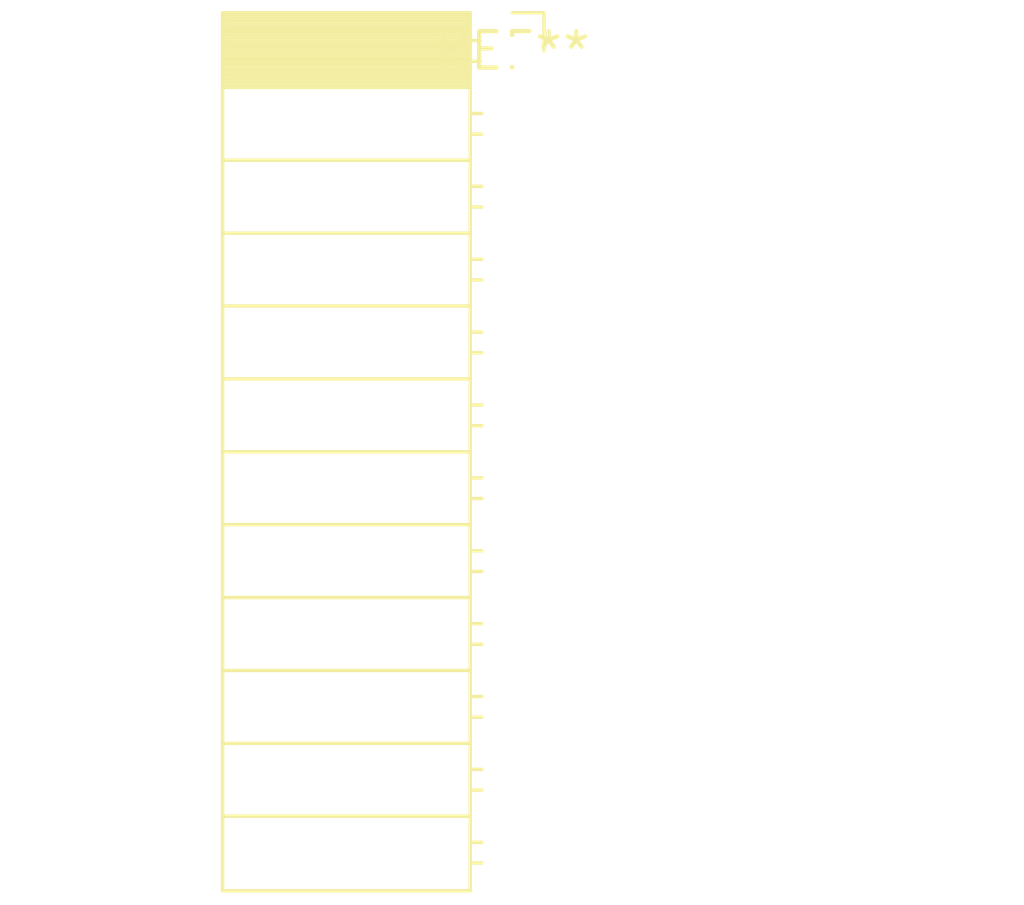
<source format=kicad_pcb>
(kicad_pcb (version 20240108) (generator pcbnew)
  (layers (0 "F.Cu" signal) (31 "B.Cu" signal) (34 "B.Paste" user) (35 "F.Paste" user) (36 "B.SilkS" user "B.Silkscreen") (37 "F.SilkS" user "F.Silkscreen") (38 "B.Mask" user) (39 "F.Mask" user) (44 "Edge.Cuts" user))
  (net 0 "")
  (footprint "PinSocket_1x12_P2.54mm_Horizontal" (layer "F.Cu") (at 0 0)
    (property "Reference" "REF**")
    (property "Value" "PinSocket_1x12_P2.54mm_Horizontal")
    (fp_line (start -10.09 -1.33) (end -10.09 29.27) (layer "F.SilkS") (stroke (width 0.12)))
    (fp_line (start -10.09 -1.33) (end -1.46 -1.33) (layer "F.SilkS") (stroke (width 0.12)))
    (fp_line (start -10.09 -1.21) (end -1.46 -1.21) (layer "F.SilkS") (stroke (width 0.12)))
    (fp_line (start -10.09 -1.091905) (end -1.46 -1.091905) (layer "F.SilkS") (stroke (width 0.12)))
    (fp_line (start -10.09 -0.97381) (end -1.46 -0.97381) (layer "F.SilkS") (stroke (width 0.12)))
    (fp_line (start -10.09 -0.855715) (end -1.46 -0.855715) (layer "F.SilkS") (stroke (width 0.12)))
    (fp_line (start -10.09 -0.73762) (end -1.46 -0.73762) (layer "F.SilkS") (stroke (width 0.12)))
    (fp_line (start -10.09 -0.619525) (end -1.46 -0.619525) (layer "F.SilkS") (stroke (width 0.12)))
    (fp_line (start -10.09 -0.50143) (end -1.46 -0.50143) (layer "F.SilkS") (stroke (width 0.12)))
    (fp_line (start -10.09 -0.383335) (end -1.46 -0.383335) (layer "F.SilkS") (stroke (width 0.12)))
    (fp_line (start -10.09 -0.26524) (end -1.46 -0.26524) (layer "F.SilkS") (stroke (width 0.12)))
    (fp_line (start -10.09 -0.147145) (end -1.46 -0.147145) (layer "F.SilkS") (stroke (width 0.12)))
    (fp_line (start -10.09 -0.02905) (end -1.46 -0.02905) (layer "F.SilkS") (stroke (width 0.12)))
    (fp_line (start -10.09 0.089045) (end -1.46 0.089045) (layer "F.SilkS") (stroke (width 0.12)))
    (fp_line (start -10.09 0.20714) (end -1.46 0.20714) (layer "F.SilkS") (stroke (width 0.12)))
    (fp_line (start -10.09 0.325235) (end -1.46 0.325235) (layer "F.SilkS") (stroke (width 0.12)))
    (fp_line (start -10.09 0.44333) (end -1.46 0.44333) (layer "F.SilkS") (stroke (width 0.12)))
    (fp_line (start -10.09 0.561425) (end -1.46 0.561425) (layer "F.SilkS") (stroke (width 0.12)))
    (fp_line (start -10.09 0.67952) (end -1.46 0.67952) (layer "F.SilkS") (stroke (width 0.12)))
    (fp_line (start -10.09 0.797615) (end -1.46 0.797615) (layer "F.SilkS") (stroke (width 0.12)))
    (fp_line (start -10.09 0.91571) (end -1.46 0.91571) (layer "F.SilkS") (stroke (width 0.12)))
    (fp_line (start -10.09 1.033805) (end -1.46 1.033805) (layer "F.SilkS") (stroke (width 0.12)))
    (fp_line (start -10.09 1.1519) (end -1.46 1.1519) (layer "F.SilkS") (stroke (width 0.12)))
    (fp_line (start -10.09 1.27) (end -1.46 1.27) (layer "F.SilkS") (stroke (width 0.12)))
    (fp_line (start -10.09 3.81) (end -1.46 3.81) (layer "F.SilkS") (stroke (width 0.12)))
    (fp_line (start -10.09 6.35) (end -1.46 6.35) (layer "F.SilkS") (stroke (width 0.12)))
    (fp_line (start -10.09 8.89) (end -1.46 8.89) (layer "F.SilkS") (stroke (width 0.12)))
    (fp_line (start -10.09 11.43) (end -1.46 11.43) (layer "F.SilkS") (stroke (width 0.12)))
    (fp_line (start -10.09 13.97) (end -1.46 13.97) (layer "F.SilkS") (stroke (width 0.12)))
    (fp_line (start -10.09 16.51) (end -1.46 16.51) (layer "F.SilkS") (stroke (width 0.12)))
    (fp_line (start -10.09 19.05) (end -1.46 19.05) (layer "F.SilkS") (stroke (width 0.12)))
    (fp_line (start -10.09 21.59) (end -1.46 21.59) (layer "F.SilkS") (stroke (width 0.12)))
    (fp_line (start -10.09 24.13) (end -1.46 24.13) (layer "F.SilkS") (stroke (width 0.12)))
    (fp_line (start -10.09 26.67) (end -1.46 26.67) (layer "F.SilkS") (stroke (width 0.12)))
    (fp_line (start -10.09 29.27) (end -1.46 29.27) (layer "F.SilkS") (stroke (width 0.12)))
    (fp_line (start -1.46 -1.33) (end -1.46 29.27) (layer "F.SilkS") (stroke (width 0.12)))
    (fp_line (start -1.46 -0.36) (end -1.11 -0.36) (layer "F.SilkS") (stroke (width 0.12)))
    (fp_line (start -1.46 0.36) (end -1.11 0.36) (layer "F.SilkS") (stroke (width 0.12)))
    (fp_line (start -1.46 2.18) (end -1.05 2.18) (layer "F.SilkS") (stroke (width 0.12)))
    (fp_line (start -1.46 2.9) (end -1.05 2.9) (layer "F.SilkS") (stroke (width 0.12)))
    (fp_line (start -1.46 4.72) (end -1.05 4.72) (layer "F.SilkS") (stroke (width 0.12)))
    (fp_line (start -1.46 5.44) (end -1.05 5.44) (layer "F.SilkS") (stroke (width 0.12)))
    (fp_line (start -1.46 7.26) (end -1.05 7.26) (layer "F.SilkS") (stroke (width 0.12)))
    (fp_line (start -1.46 7.98) (end -1.05 7.98) (layer "F.SilkS") (stroke (width 0.12)))
    (fp_line (start -1.46 9.8) (end -1.05 9.8) (layer "F.SilkS") (stroke (width 0.12)))
    (fp_line (start -1.46 10.52) (end -1.05 10.52) (layer "F.SilkS") (stroke (width 0.12)))
    (fp_line (start -1.46 12.34) (end -1.05 12.34) (layer "F.SilkS") (stroke (width 0.12)))
    (fp_line (start -1.46 13.06) (end -1.05 13.06) (layer "F.SilkS") (stroke (width 0.12)))
    (fp_line (start -1.46 14.88) (end -1.05 14.88) (layer "F.SilkS") (stroke (width 0.12)))
    (fp_line (start -1.46 15.6) (end -1.05 15.6) (layer "F.SilkS") (stroke (width 0.12)))
    (fp_line (start -1.46 17.42) (end -1.05 17.42) (layer "F.SilkS") (stroke (width 0.12)))
    (fp_line (start -1.46 18.14) (end -1.05 18.14) (layer "F.SilkS") (stroke (width 0.12)))
    (fp_line (start -1.46 19.96) (end -1.05 19.96) (layer "F.SilkS") (stroke (width 0.12)))
    (fp_line (start -1.46 20.68) (end -1.05 20.68) (layer "F.SilkS") (stroke (width 0.12)))
    (fp_line (start -1.46 22.5) (end -1.05 22.5) (layer "F.SilkS") (stroke (width 0.12)))
    (fp_line (start -1.46 23.22) (end -1.05 23.22) (layer "F.SilkS") (stroke (width 0.12)))
    (fp_line (start -1.46 25.04) (end -1.05 25.04) (layer "F.SilkS") (stroke (width 0.12)))
    (fp_line (start -1.46 25.76) (end -1.05 25.76) (layer "F.SilkS") (stroke (width 0.12)))
    (fp_line (start -1.46 27.58) (end -1.05 27.58) (layer "F.SilkS") (stroke (width 0.12)))
    (fp_line (start -1.46 28.3) (end -1.05 28.3) (layer "F.SilkS") (stroke (width 0.12)))
    (fp_line (start 0 -1.33) (end 1.11 -1.33) (layer "F.SilkS") (stroke (width 0.12)))
    (fp_line (start 1.11 -1.33) (end 1.11 0) (layer "F.SilkS") (stroke (width 0.12)))
    (pad "1" thru_hole rect (at 0 0) (size 1.7 1.7) (drill 1) (layers *.Cu *.Mask) (remove_unused_layers))
    (pad "2" thru_hole oval (at 0 2.54) (size 1.7 1.7) (drill 1) (layers *.Cu *.Mask) (remove_unused_layers))
    (pad "3" thru_hole oval (at 0 5.08) (size 1.7 1.7) (drill 1) (layers *.Cu *.Mask) (remove_unused_layers))
    (pad "4" thru_hole oval (at 0 7.62) (size 1.7 1.7) (drill 1) (layers *.Cu *.Mask) (remove_unused_layers))
    (pad "5" thru_hole oval (at 0 10.16) (size 1.7 1.7) (drill 1) (layers *.Cu *.Mask) (remove_unused_layers))
    (pad "6" thru_hole oval (at 0 12.7) (size 1.7 1.7) (drill 1) (layers *.Cu *.Mask) (remove_unused_layers))
    (pad "7" thru_hole oval (at 0 15.24) (size 1.7 1.7) (drill 1) (layers *.Cu *.Mask) (remove_unused_layers))
    (pad "8" thru_hole oval (at 0 17.78) (size 1.7 1.7) (drill 1) (layers *.Cu *.Mask) (remove_unused_layers))
    (pad "9" thru_hole oval (at 0 20.32) (size 1.7 1.7) (drill 1) (layers *.Cu *.Mask) (remove_unused_layers))
    (pad "10" thru_hole oval (at 0 22.86) (size 1.7 1.7) (drill 1) (layers *.Cu *.Mask) (remove_unused_layers))
    (pad "11" thru_hole oval (at 0 25.4) (size 1.7 1.7) (drill 1) (layers *.Cu *.Mask) (remove_unused_layers))
    (pad "12" thru_hole oval (at 0 27.94) (size 1.7 1.7) (drill 1) (layers *.Cu *.Mask) (remove_unused_layers))
  )
)
</source>
